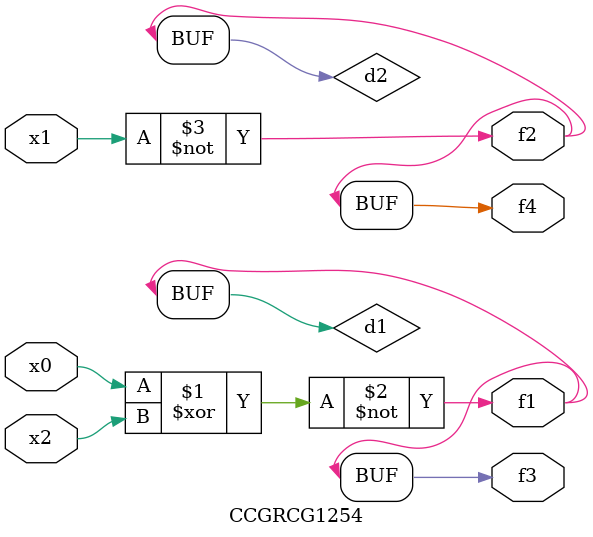
<source format=v>
module CCGRCG1254(
	input x0, x1, x2,
	output f1, f2, f3, f4
);

	wire d1, d2, d3;

	xnor (d1, x0, x2);
	nand (d2, x1);
	nor (d3, x1, x2);
	assign f1 = d1;
	assign f2 = d2;
	assign f3 = d1;
	assign f4 = d2;
endmodule

</source>
